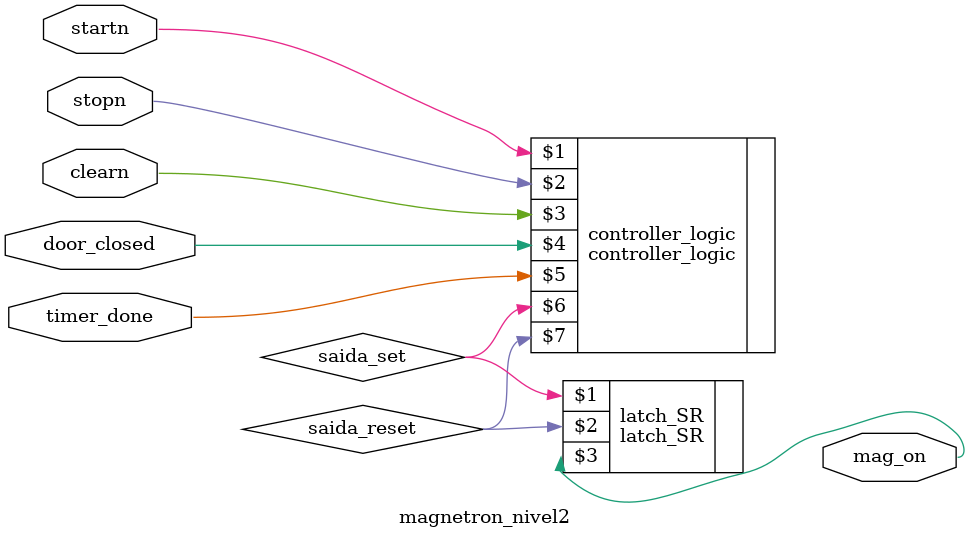
<source format=v>
`include "./nivel2/magnetron/latch_SR/latch_sr.v"
`include "./nivel2/magnetron/controller_logic/controller_logic.v"

module magnetron_nivel2 (    input wire startn, input wire stopn, input wire clearn, input wire door_closed, input wire timer_done,
                            output wire mag_on  );

wire saida_set;
wire saida_reset;

controller_logic controller_logic(startn, stopn, clearn, door_closed, timer_done, saida_set, saida_reset);
latch_SR latch_SR(saida_set, saida_reset, mag_on);

endmodule
</source>
